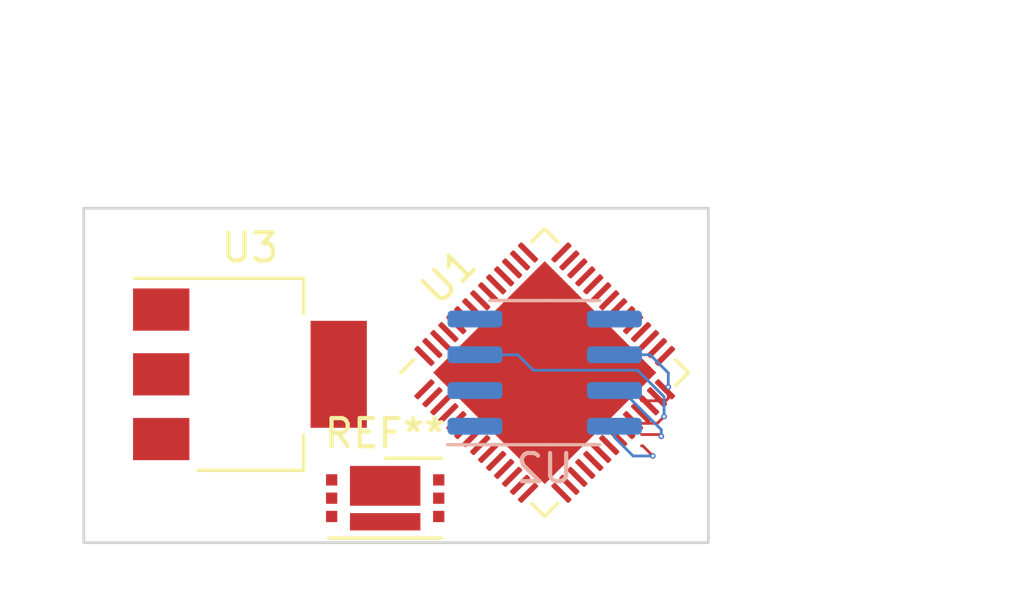
<source format=kicad_pcb>
(kicad_pcb (version 20221018) (generator pcbnew)
  (layers (0 "F.Cu" signal) (31 "B.Cu" signal) (34 "B.Paste" user) (35 "F.Paste" user) (36 "B.SilkS" user "B.Silkscreen") (37 "F.SilkS" user "F.Silkscreen") (38 "B.Mask" user) (39 "F.Mask" user) (44 "Edge.Cuts" user))
  (net 0 "")
  (net 2 "VDD3P3")
  (net 47 "Net-(U1-VDDA-Pad55)")
  (net 48 "/VDD_SPI")
  (net 49 "/SPIHD")
  (net 50 "/SPIWP")
  (net 51 "/SPICS0")
  (net 52 "/SPICLK")
  (net 53 "/SPIQ")
  (net 54 "/SPID")
  (net 55 "GND")
  (footprint "Package_DFN_QFN:WDFN-6-2EP_4.0x2.6mm_P0.65mm" (layer "F.Cu") (at 143.3 106)
    (fp_text reference "REF**" (at 0 -2.3) (layer "F.SilkS"))
    (fp_text value "WDFN-6-2EP_4.0x2.6mm_P0.65mm")
    (fp_line (start -2 1.42) (end 2 1.42) (stroke (width 0.12)) (layer "F.SilkS"))
    (fp_line (start 2 -1.42) (end 0 -1.42) (stroke (width 0.12)) (layer "F.SilkS"))
    (pad "1" smd rect (at -1.9 -0.65 270) (size 0.4 0.4) (layers "F.Cu" "F.Paste" "F.Mask"))
    (pad "2" smd rect (at -1.9 0 270) (size 0.4 0.4) (layers "F.Cu" "F.Paste" "F.Mask"))
    (pad "3" smd rect (at -1.9 0.65 270) (size 0.4 0.4) (layers "F.Cu" "F.Paste" "F.Mask"))
    (pad "4" smd rect (at 1.9 0.65 270) (size 0.4 0.4) (layers "F.Cu" "F.Paste" "F.Mask"))
    (pad "5" smd rect (at 1.9 0 270) (size 0.4 0.4) (layers "F.Cu" "F.Paste" "F.Mask"))
    (pad "6" smd rect (at 1.9 -0.65 270) (size 0.4 0.4) (layers "F.Cu" "F.Paste" "F.Mask"))
    (pad "7" smd rect (at 0 -0.438 270) (size 1.415 2.5) (layers "F.Cu" "F.Paste" "F.Mask"))
    (pad "8" smd rect (at 0 0.838 270) (size 0.615 2.5) (layers "F.Cu" "F.Paste" "F.Mask"))
  )
  (footprint "Package_DFN_QFN:QFN-56-1EP_7x7mm_P0.4mm_EP5.6x5.6mm" (layer "F.Cu") (at 148.9625 101.54 45)
    (fp_text reference "U1" (at 0 -4.82 45) (layer "F.SilkS"))
    (fp_text value "ESP32-S3")
    (fp_line (start -3.61 3.61) (end -3.61 2.96) (stroke (width 0.12)) (layer "F.SilkS"))
    (fp_line (start -2.96 -3.61) (end -3.61 -3.61) (stroke (width 0.12)) (layer "F.SilkS"))
    (fp_line (start -2.96 3.61) (end -3.61 3.61) (stroke (width 0.12)) (layer "F.SilkS"))
    (fp_line (start 2.96 -3.61) (end 3.61 -3.61) (stroke (width 0.12)) (layer "F.SilkS"))
    (fp_line (start 2.96 3.61) (end 3.61 3.61) (stroke (width 0.12)) (layer "F.SilkS"))
    (fp_line (start 3.61 -3.61) (end 3.61 -2.96) (stroke (width 0.12)) (layer "F.SilkS"))
    (fp_line (start 3.61 3.61) (end 3.61 2.96) (stroke (width 0.12)) (layer "F.SilkS"))
    (pad "1" smd roundrect (at -3.4375 -2.6 45) (size 0.875 0.2) (layers "F.Cu" "F.Paste" "F.Mask"))
    (pad "2" smd roundrect (at -3.4375 -2.2 45) (size 0.875 0.2) (layers "F.Cu" "F.Paste" "F.Mask") (net 2 "VDD3P3"))
    (pad "3" smd roundrect (at -3.4375 -1.8 45) (size 0.875 0.2) (layers "F.Cu" "F.Paste" "F.Mask") (net 2 "VDD3P3"))
    (pad "4" smd roundrect (at -3.4375 -1.4 45) (size 0.875 0.2) (layers "F.Cu" "F.Paste" "F.Mask"))
    (pad "5" smd roundrect (at -3.4375 -1 45) (size 0.875 0.2) (layers "F.Cu" "F.Paste" "F.Mask"))
    (pad "6" smd roundrect (at -3.4375 -0.6 45) (size 0.875 0.2) (layers "F.Cu" "F.Paste" "F.Mask"))
    (pad "7" smd roundrect (at -3.4375 -0.2 45) (size 0.875 0.2) (layers "F.Cu" "F.Paste" "F.Mask"))
    (pad "8" smd roundrect (at -3.4375 0.2 45) (size 0.875 0.2) (layers "F.Cu" "F.Paste" "F.Mask"))
    (pad "9" smd roundrect (at -3.4375 0.6 45) (size 0.875 0.2) (layers "F.Cu" "F.Paste" "F.Mask"))
    (pad "10" smd roundrect (at -3.4375 1 45) (size 0.875 0.2) (layers "F.Cu" "F.Paste" "F.Mask"))
    (pad "11" smd roundrect (at -3.4375 1.4 45) (size 0.875 0.2) (layers "F.Cu" "F.Paste" "F.Mask"))
    (pad "12" smd roundrect (at -3.4375 1.8 45) (size 0.875 0.2) (layers "F.Cu" "F.Paste" "F.Mask"))
    (pad "13" smd roundrect (at -3.4375 2.2 45) (size 0.875 0.2) (layers "F.Cu" "F.Paste" "F.Mask"))
    (pad "14" smd roundrect (at -3.4375 2.6 45) (size 0.875 0.2) (layers "F.Cu" "F.Paste" "F.Mask"))
    (pad "15" smd roundrect (at -2.6 3.4375 45) (size 0.2 0.875) (layers "F.Cu" "F.Paste" "F.Mask"))
    (pad "16" smd roundrect (at -2.2 3.4375 45) (size 0.2 0.875) (layers "F.Cu" "F.Paste" "F.Mask"))
    (pad "17" smd roundrect (at -1.8 3.4375 45) (size 0.2 0.875) (layers "F.Cu" "F.Paste" "F.Mask"))
    (pad "18" smd roundrect (at -1.4 3.4375 45) (size 0.2 0.875) (layers "F.Cu" "F.Paste" "F.Mask"))
    (pad "19" smd roundrect (at -1 3.4375 45) (size 0.2 0.875) (layers "F.Cu" "F.Paste" "F.Mask"))
    (pad "20" smd roundrect (at -0.6 3.4375 45) (size 0.2 0.875) (layers "F.Cu" "F.Paste" "F.Mask"))
    (pad "21" smd roundrect (at -0.2 3.4375 45) (size 0.2 0.875) (layers "F.Cu" "F.Paste" "F.Mask"))
    (pad "22" smd roundrect (at 0.2 3.4375 45) (size 0.2 0.875) (layers "F.Cu" "F.Paste" "F.Mask"))
    (pad "23" smd roundrect (at 0.6 3.4375 45) (size 0.2 0.875) (layers "F.Cu" "F.Paste" "F.Mask"))
    (pad "24" smd roundrect (at 1 3.4375 45) (size 0.2 0.875) (layers "F.Cu" "F.Paste" "F.Mask"))
    (pad "25" smd roundrect (at 1.4 3.4375 45) (size 0.2 0.875) (layers "F.Cu" "F.Paste" "F.Mask"))
    (pad "26" smd roundrect (at 1.8 3.4375 45) (size 0.2 0.875) (layers "F.Cu" "F.Paste" "F.Mask"))
    (pad "27" smd roundrect (at 2.2 3.4375 45) (size 0.2 0.875) (layers "F.Cu" "F.Paste" "F.Mask"))
    (pad "28" smd roundrect (at 2.6 3.4375 45) (size 0.2 0.875) (layers "F.Cu" "F.Paste" "F.Mask"))
    (pad "29" smd roundrect (at 3.4375 2.6 45) (size 0.875 0.2) (layers "F.Cu" "F.Paste" "F.Mask") (net 48 "/VDD_SPI"))
    (pad "30" smd roundrect (at 3.4375 2.2 45) (size 0.875 0.2) (layers "F.Cu" "F.Paste" "F.Mask") (net 49 "/SPIHD"))
    (pad "31" smd roundrect (at 3.4375 1.8 45) (size 0.875 0.2) (layers "F.Cu" "F.Paste" "F.Mask") (net 50 "/SPIWP"))
    (pad "32" smd roundrect (at 3.4375 1.4 45) (size 0.875 0.2) (layers "F.Cu" "F.Paste" "F.Mask") (net 51 "/SPICS0"))
    (pad "33" smd roundrect (at 3.4375 1 45) (size 0.875 0.2) (layers "F.Cu" "F.Paste" "F.Mask") (net 52 "/SPICLK"))
    (pad "34" smd roundrect (at 3.4375 0.6 45) (size 0.875 0.2) (layers "F.Cu" "F.Paste" "F.Mask") (net 53 "/SPIQ"))
    (pad "35" smd roundrect (at 3.4375 0.2 45) (size 0.875 0.2) (layers "F.Cu" "F.Paste" "F.Mask") (net 54 "/SPID"))
    (pad "36" smd roundrect (at 3.4375 -0.2 45) (size 0.875 0.2) (layers "F.Cu" "F.Paste" "F.Mask"))
    (pad "37" smd roundrect (at 3.4375 -0.6 45) (size 0.875 0.2) (layers "F.Cu" "F.Paste" "F.Mask"))
    (pad "38" smd roundrect (at 3.4375 -1 45) (size 0.875 0.2) (layers "F.Cu" "F.Paste" "F.Mask"))
    (pad "39" smd roundrect (at 3.4375 -1.4 45) (size 0.875 0.2) (layers "F.Cu" "F.Paste" "F.Mask"))
    (pad "40" smd roundrect (at 3.4375 -1.8 45) (size 0.875 0.2) (layers "F.Cu" "F.Paste" "F.Mask"))
    (pad "41" smd roundrect (at 3.4375 -2.2 45) (size 0.875 0.2) (layers "F.Cu" "F.Paste" "F.Mask"))
    (pad "42" smd roundrect (at 3.4375 -2.6 45) (size 0.875 0.2) (layers "F.Cu" "F.Paste" "F.Mask"))
    (pad "43" smd roundrect (at 2.6 -3.4375 45) (size 0.2 0.875) (layers "F.Cu" "F.Paste" "F.Mask"))
    (pad "44" smd roundrect (at 2.2 -3.4375 45) (size 0.2 0.875) (layers "F.Cu" "F.Paste" "F.Mask"))
    (pad "45" smd roundrect (at 1.8 -3.4375 45) (size 0.2 0.875) (layers "F.Cu" "F.Paste" "F.Mask"))
    (pad "46" smd roundrect (at 1.4 -3.4375 45) (size 0.2 0.875) (layers "F.Cu" "F.Paste" "F.Mask"))
    (pad "47" smd roundrect (at 1 -3.4375 45) (size 0.2 0.875) (layers "F.Cu" "F.Paste" "F.Mask"))
    (pad "48" smd roundrect (at 0.6 -3.4375 45) (size 0.2 0.875) (layers "F.Cu" "F.Paste" "F.Mask"))
    (pad "49" smd roundrect (at 0.2 -3.4375 45) (size 0.2 0.875) (layers "F.Cu" "F.Paste" "F.Mask"))
    (pad "50" smd roundrect (at -0.2 -3.4375 45) (size 0.2 0.875) (layers "F.Cu" "F.Paste" "F.Mask"))
    (pad "51" smd roundrect (at -0.6 -3.4375 45) (size 0.2 0.875) (layers "F.Cu" "F.Paste" "F.Mask"))
    (pad "52" smd roundrect (at -1 -3.4375 45) (size 0.2 0.875) (layers "F.Cu" "F.Paste" "F.Mask"))
    (pad "53" smd roundrect (at -1.4 -3.4375 45) (size 0.2 0.875) (layers "F.Cu" "F.Paste" "F.Mask"))
    (pad "54" smd roundrect (at -1.8 -3.4375 45) (size 0.2 0.875) (layers "F.Cu" "F.Paste" "F.Mask"))
    (pad "55" smd roundrect (at -2.2 -3.4375 45) (size 0.2 0.875) (layers "F.Cu" "F.Paste" "F.Mask") (net 47 "Net-(U1-VDDA-Pad55)"))
    (pad "56" smd roundrect (at -2.6 -3.4375 45) (size 0.2 0.875) (layers "F.Cu" "F.Paste" "F.Mask") (net 47 "Net-(U1-VDDA-Pad55)"))
    (pad "57" smd rect (at 0 0 45) (size 5.6 5.6) (layers "F.Cu" "F.Mask") (net 55 "GND"))
  )
  (footprint "Package_TO_SOT_SMD:SOT-223-3_TabPin2" (layer "F.Cu") (at 138.5 101.6)
    (fp_text reference "U3" (at 0 -4.5) (layer "F.SilkS"))
    (fp_text value "AP1117-33")
    (fp_line (start -4.1 -3.41) (end 1.91 -3.41) (stroke (width 0.12)) (layer "F.SilkS"))
    (fp_line (start -1.85 3.41) (end 1.91 3.41) (stroke (width 0.12)) (layer "F.SilkS"))
    (fp_line (start 1.91 -3.41) (end 1.91 -2.15) (stroke (width 0.12)) (layer "F.SilkS"))
    (fp_line (start 1.91 3.41) (end 1.91 2.15) (stroke (width 0.12)) (layer "F.SilkS"))
    (pad "1" smd rect (at -3.15 -2.3) (size 2 1.5) (layers "F.Cu" "F.Paste" "F.Mask"))
    (pad "2" smd rect (at -3.15 0) (size 2 1.5) (layers "F.Cu" "F.Paste" "F.Mask"))
    (pad "2" smd rect (at 3.15 0) (size 2 3.8) (layers "F.Cu" "F.Paste" "F.Mask"))
    (pad "3" smd rect (at -3.15 2.3) (size 2 1.5) (layers "F.Cu" "F.Paste" "F.Mask"))
  )
  (footprint "Package_SO:SOIC-8_3.9x4.9mm_P1.27mm" (layer "B.Cu") (at 148.9625 101.54)
    (fp_text reference "U2" (at 0 3.4) (layer "B.SilkS") (effects (justify mirror)))
    (fp_text value "AT25SF081-SSHD-X")
    (fp_line (start 0 -2.56) (end -1.95 -2.56) (stroke (width 0.12)) (layer "B.SilkS"))
    (fp_line (start 0 -2.56) (end 1.95 -2.56) (stroke (width 0.12)) (layer "B.SilkS"))
    (fp_line (start 0 2.56) (end -3.45 2.56) (stroke (width 0.12)) (layer "B.SilkS"))
    (fp_line (start 0 2.56) (end 1.95 2.56) (stroke (width 0.12)) (layer "B.SilkS"))
    (pad "1" smd roundrect (at -2.475 1.905) (size 1.95 0.6) (layers "B.Cu" "B.Paste" "B.Mask") (net 51 "/SPICS0"))
    (pad "2" smd roundrect (at -2.475 0.635) (size 1.95 0.6) (layers "B.Cu" "B.Paste" "B.Mask") (net 53 "/SPIQ"))
    (pad "3" smd roundrect (at -2.475 -0.635) (size 1.95 0.6) (layers "B.Cu" "B.Paste" "B.Mask") (net 50 "/SPIWP"))
    (pad "4" smd roundrect (at -2.475 -1.905) (size 1.95 0.6) (layers "B.Cu" "B.Paste" "B.Mask") (net 55 "GND"))
    (pad "5" smd roundrect (at 2.475 -1.905) (size 1.95 0.6) (layers "B.Cu" "B.Paste" "B.Mask") (net 54 "/SPID"))
    (pad "6" smd roundrect (at 2.475 -0.635) (size 1.95 0.6) (layers "B.Cu" "B.Paste" "B.Mask") (net 52 "/SPICLK"))
    (pad "7" smd roundrect (at 2.475 0.635) (size 1.95 0.6) (layers "B.Cu" "B.Paste" "B.Mask") (net 49 "/SPIHD"))
    (pad "8" smd roundrect (at 2.475 1.905) (size 1.95 0.6) (layers "B.Cu" "B.Paste" "B.Mask") (net 48 "/VDD_SPI"))
  )
  (gr_rect (start 132.6 95.7) (end 154.77 107.58) (stroke (width 0.1)) (fill none) (layer "Edge.Cuts"))
  (segment (start 152.4 104.14) (end 152.44 104.14) (width 0.1) (layer "F.Cu") (net 48))
  (segment (start 152.44 104.14) (end 152.8 104.5) (width 0.1) (layer "F.Cu") (net 48))
  (via (at 152.8 104.5) (size 0.2) (drill 0.1) (layers "F.Cu" "B.Cu") (net 48))
  (segment (start 152.1 104.5) (end 151.4375 103.8375) (width 0.1) (layer "B.Cu") (net 48))
  (segment (start 152.8 104.5) (end 152.1 104.5) (width 0.1) (layer "B.Cu") (net 48))
  (segment (start 151.4375 103.8375) (end 151.4375 103.445) (width 0.1) (layer "B.Cu") (net 48))
  (segment (start 152.4 103.74) (end 153.04 103.74) (width 0.1) (layer "F.Cu") (net 49))
  (segment (start 153.04 103.74) (end 153.1 103.8) (width 0.1) (layer "F.Cu") (net 49))
  (via (at 153.1 103.8) (size 0.2) (drill 0.1) (layers "F.Cu" "B.Cu") (net 49))
  (segment (start 153.1 103.566815) (end 151.708185 102.175) (width 0.1) (layer "B.Cu") (net 49))
  (segment (start 151.708185 102.175) (end 151.4375 102.175) (width 0.1) (layer "B.Cu") (net 49))
  (segment (start 153.1 103.8) (end 153.1 103.566815) (width 0.1) (layer "B.Cu") (net 49))
  (segment (start 152.4 103.34) (end 152.96 103.34) (width 0.1) (layer "F.Cu") (net 50))
  (segment (start 152.96 103.34) (end 153.2 103.1) (width 0.1) (layer "F.Cu") (net 50))
  (via (at 153.2 103.1) (size 0.2) (drill 0.1) (layers "F.Cu" "B.Cu") (net 50))
  (segment (start 153.2 103.1) (end 153.2 102.396815) (width 0.1) (layer "B.Cu") (net 50))
  (segment (start 148.555 101.455) (end 148.005 100.905) (width 0.1) (layer "B.Cu") (net 50))
  (segment (start 153.2 102.396815) (end 152.258185 101.455) (width 0.1) (layer "B.Cu") (net 50))
  (segment (start 152.258185 101.455) (end 148.555 101.455) (width 0.1) (layer "B.Cu") (net 50))
  (segment (start 148.005 100.905) (end 146.4875 100.905) (width 0.1) (layer "B.Cu") (net 50))
  (segment (start 153.348727 102.451273) (end 153.348727 102.051273) (width 0.1) (layer "F.Cu") (net 52))
  (segment (start 153.26 102.54) (end 153.348727 102.451273) (width 0.1) (layer "F.Cu") (net 52))
  (segment (start 152.4 102.54) (end 153.26 102.54) (width 0.1) (layer "F.Cu") (net 52))
  (via (at 153.348727 102.051273) (size 0.2) (drill 0.1) (layers "F.Cu" "B.Cu") (net 52))
  (segment (start 152.705 100.905) (end 151.4375 100.905) (width 0.1) (layer "B.Cu") (net 52))
  (segment (start 153.348727 101.548727) (end 152.705 100.905) (width 0.1) (layer "B.Cu") (net 52))
  (segment (start 153.348727 102.051273) (end 153.348727 101.548727) (width 0.1) (layer "B.Cu") (net 52))
)
</source>
